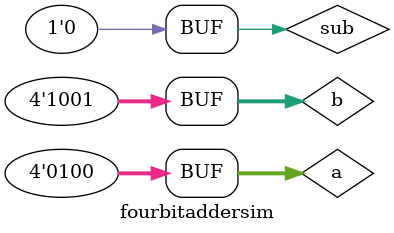
<source format=v>
`timescale 1ns / 1ps


module fourbitaddersim();
reg[3:0] a,b;
reg sub;
wire[3:0] result;
fourbitadder dut(.a(a),.b(b),.sub(sub),.result(result));
initial begin
a=4'b0101;
b=4'b1000;
sub=1;
#10;
a=4'b0100;
b=4'b1001;
sub=0;
end
endmodule

</source>
